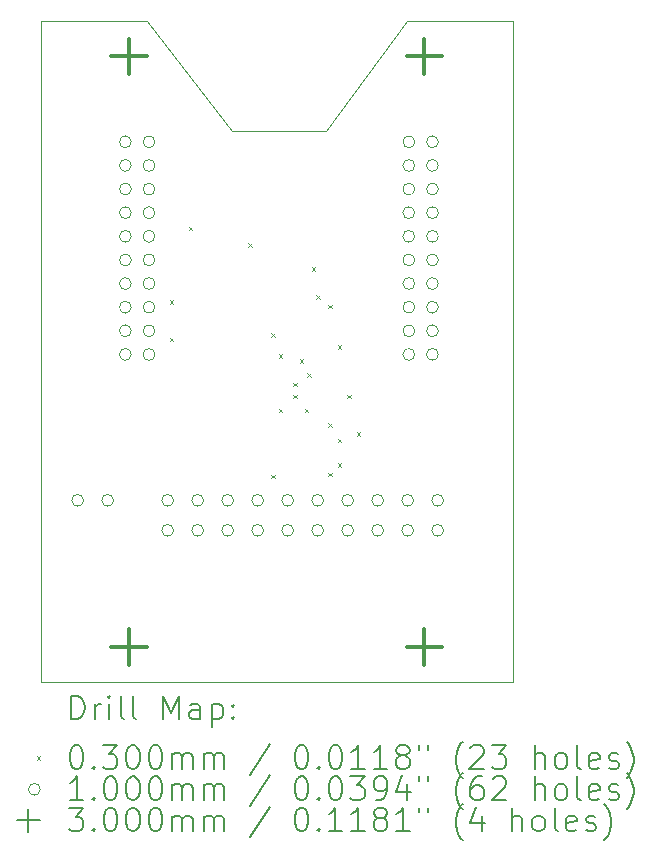
<source format=gbr>
%TF.GenerationSoftware,KiCad,Pcbnew,9.0.0*%
%TF.CreationDate,2025-04-04T06:59:11-07:00*%
%TF.ProjectId,XBee Pro THT Mounting PCB,58426565-2050-4726-9f20-544854204d6f,rev?*%
%TF.SameCoordinates,Original*%
%TF.FileFunction,Drillmap*%
%TF.FilePolarity,Positive*%
%FSLAX45Y45*%
G04 Gerber Fmt 4.5, Leading zero omitted, Abs format (unit mm)*
G04 Created by KiCad (PCBNEW 9.0.0) date 2025-04-04 06:59:11*
%MOMM*%
%LPD*%
G01*
G04 APERTURE LIST*
%ADD10C,0.050000*%
%ADD11C,0.200000*%
%ADD12C,0.100000*%
%ADD13C,0.300000*%
G04 APERTURE END LIST*
D10*
X12330000Y-6810000D02*
X11530000Y-6810000D01*
X9910000Y-11480000D02*
X13910000Y-11480000D01*
X13910000Y-11480000D02*
X13910000Y-5880000D01*
X13910000Y-5880000D02*
X13010000Y-5880000D01*
X9910000Y-5880000D02*
X9910000Y-11480000D01*
X12330000Y-6810000D02*
X13010000Y-5880000D01*
X10810000Y-5880000D02*
X9910000Y-5880000D01*
X11530000Y-6810000D02*
X10810000Y-5880000D01*
D11*
D12*
X11005000Y-8245000D02*
X11035000Y-8275000D01*
X11035000Y-8245000D02*
X11005000Y-8275000D01*
X11005000Y-8565000D02*
X11035000Y-8595000D01*
X11035000Y-8565000D02*
X11005000Y-8595000D01*
X11165000Y-7625000D02*
X11195000Y-7655000D01*
X11195000Y-7625000D02*
X11165000Y-7655000D01*
X11667426Y-7762573D02*
X11697426Y-7792573D01*
X11697426Y-7762573D02*
X11667426Y-7792573D01*
X11865000Y-8525000D02*
X11895000Y-8555000D01*
X11895000Y-8525000D02*
X11865000Y-8555000D01*
X11865000Y-9725000D02*
X11895000Y-9755000D01*
X11895000Y-9725000D02*
X11865000Y-9755000D01*
X11925000Y-8705000D02*
X11955000Y-8735000D01*
X11955000Y-8705000D02*
X11925000Y-8735000D01*
X11925000Y-9165000D02*
X11955000Y-9195000D01*
X11955000Y-9165000D02*
X11925000Y-9195000D01*
X12047500Y-8945000D02*
X12077500Y-8975000D01*
X12077500Y-8945000D02*
X12047500Y-8975000D01*
X12047500Y-9045000D02*
X12077500Y-9075000D01*
X12077500Y-9045000D02*
X12047500Y-9075000D01*
X12105000Y-8745000D02*
X12135000Y-8775000D01*
X12135000Y-8745000D02*
X12105000Y-8775000D01*
X12145000Y-9165000D02*
X12175000Y-9195000D01*
X12175000Y-9165000D02*
X12145000Y-9195000D01*
X12167426Y-8862574D02*
X12197426Y-8892574D01*
X12197426Y-8862574D02*
X12167426Y-8892574D01*
X12205000Y-7965000D02*
X12235000Y-7995000D01*
X12235000Y-7965000D02*
X12205000Y-7995000D01*
X12245000Y-8205000D02*
X12275000Y-8235000D01*
X12275000Y-8205000D02*
X12245000Y-8235000D01*
X12345000Y-8285000D02*
X12375000Y-8315000D01*
X12375000Y-8285000D02*
X12345000Y-8315000D01*
X12345000Y-9285000D02*
X12375000Y-9315000D01*
X12375000Y-9285000D02*
X12345000Y-9315000D01*
X12345000Y-9705000D02*
X12375000Y-9735000D01*
X12375000Y-9705000D02*
X12345000Y-9735000D01*
X12425000Y-8625000D02*
X12455000Y-8655000D01*
X12455000Y-8625000D02*
X12425000Y-8655000D01*
X12425000Y-9420147D02*
X12455000Y-9450147D01*
X12455000Y-9420147D02*
X12425000Y-9450147D01*
X12425000Y-9625000D02*
X12455000Y-9655000D01*
X12455000Y-9625000D02*
X12425000Y-9655000D01*
X12505000Y-9045000D02*
X12535000Y-9075000D01*
X12535000Y-9045000D02*
X12505000Y-9075000D01*
X12585000Y-9365000D02*
X12615000Y-9395000D01*
X12615000Y-9365000D02*
X12585000Y-9395000D01*
X10274000Y-9940000D02*
G75*
G02*
X10174000Y-9940000I-50000J0D01*
G01*
X10174000Y-9940000D02*
G75*
G02*
X10274000Y-9940000I50000J0D01*
G01*
X10528000Y-9940000D02*
G75*
G02*
X10428000Y-9940000I-50000J0D01*
G01*
X10428000Y-9940000D02*
G75*
G02*
X10528000Y-9940000I50000J0D01*
G01*
X10677750Y-6904500D02*
G75*
G02*
X10577750Y-6904500I-50000J0D01*
G01*
X10577750Y-6904500D02*
G75*
G02*
X10677750Y-6904500I50000J0D01*
G01*
X10677750Y-7104500D02*
G75*
G02*
X10577750Y-7104500I-50000J0D01*
G01*
X10577750Y-7104500D02*
G75*
G02*
X10677750Y-7104500I50000J0D01*
G01*
X10677750Y-7304500D02*
G75*
G02*
X10577750Y-7304500I-50000J0D01*
G01*
X10577750Y-7304500D02*
G75*
G02*
X10677750Y-7304500I50000J0D01*
G01*
X10677750Y-7504500D02*
G75*
G02*
X10577750Y-7504500I-50000J0D01*
G01*
X10577750Y-7504500D02*
G75*
G02*
X10677750Y-7504500I50000J0D01*
G01*
X10677750Y-7704500D02*
G75*
G02*
X10577750Y-7704500I-50000J0D01*
G01*
X10577750Y-7704500D02*
G75*
G02*
X10677750Y-7704500I50000J0D01*
G01*
X10677750Y-7904500D02*
G75*
G02*
X10577750Y-7904500I-50000J0D01*
G01*
X10577750Y-7904500D02*
G75*
G02*
X10677750Y-7904500I50000J0D01*
G01*
X10677750Y-8104500D02*
G75*
G02*
X10577750Y-8104500I-50000J0D01*
G01*
X10577750Y-8104500D02*
G75*
G02*
X10677750Y-8104500I50000J0D01*
G01*
X10677750Y-8304500D02*
G75*
G02*
X10577750Y-8304500I-50000J0D01*
G01*
X10577750Y-8304500D02*
G75*
G02*
X10677750Y-8304500I50000J0D01*
G01*
X10677750Y-8504500D02*
G75*
G02*
X10577750Y-8504500I-50000J0D01*
G01*
X10577750Y-8504500D02*
G75*
G02*
X10677750Y-8504500I50000J0D01*
G01*
X10677750Y-8704500D02*
G75*
G02*
X10577750Y-8704500I-50000J0D01*
G01*
X10577750Y-8704500D02*
G75*
G02*
X10677750Y-8704500I50000J0D01*
G01*
X10877750Y-6904500D02*
G75*
G02*
X10777750Y-6904500I-50000J0D01*
G01*
X10777750Y-6904500D02*
G75*
G02*
X10877750Y-6904500I50000J0D01*
G01*
X10877750Y-7104500D02*
G75*
G02*
X10777750Y-7104500I-50000J0D01*
G01*
X10777750Y-7104500D02*
G75*
G02*
X10877750Y-7104500I50000J0D01*
G01*
X10877750Y-7304500D02*
G75*
G02*
X10777750Y-7304500I-50000J0D01*
G01*
X10777750Y-7304500D02*
G75*
G02*
X10877750Y-7304500I50000J0D01*
G01*
X10877750Y-7504500D02*
G75*
G02*
X10777750Y-7504500I-50000J0D01*
G01*
X10777750Y-7504500D02*
G75*
G02*
X10877750Y-7504500I50000J0D01*
G01*
X10877750Y-7704500D02*
G75*
G02*
X10777750Y-7704500I-50000J0D01*
G01*
X10777750Y-7704500D02*
G75*
G02*
X10877750Y-7704500I50000J0D01*
G01*
X10877750Y-7904500D02*
G75*
G02*
X10777750Y-7904500I-50000J0D01*
G01*
X10777750Y-7904500D02*
G75*
G02*
X10877750Y-7904500I50000J0D01*
G01*
X10877750Y-8104500D02*
G75*
G02*
X10777750Y-8104500I-50000J0D01*
G01*
X10777750Y-8104500D02*
G75*
G02*
X10877750Y-8104500I50000J0D01*
G01*
X10877750Y-8304500D02*
G75*
G02*
X10777750Y-8304500I-50000J0D01*
G01*
X10777750Y-8304500D02*
G75*
G02*
X10877750Y-8304500I50000J0D01*
G01*
X10877750Y-8504500D02*
G75*
G02*
X10777750Y-8504500I-50000J0D01*
G01*
X10777750Y-8504500D02*
G75*
G02*
X10877750Y-8504500I50000J0D01*
G01*
X10877750Y-8704500D02*
G75*
G02*
X10777750Y-8704500I-50000J0D01*
G01*
X10777750Y-8704500D02*
G75*
G02*
X10877750Y-8704500I50000J0D01*
G01*
X11036000Y-9940000D02*
G75*
G02*
X10936000Y-9940000I-50000J0D01*
G01*
X10936000Y-9940000D02*
G75*
G02*
X11036000Y-9940000I50000J0D01*
G01*
X11036000Y-10194000D02*
G75*
G02*
X10936000Y-10194000I-50000J0D01*
G01*
X10936000Y-10194000D02*
G75*
G02*
X11036000Y-10194000I50000J0D01*
G01*
X11290000Y-9940000D02*
G75*
G02*
X11190000Y-9940000I-50000J0D01*
G01*
X11190000Y-9940000D02*
G75*
G02*
X11290000Y-9940000I50000J0D01*
G01*
X11290000Y-10194000D02*
G75*
G02*
X11190000Y-10194000I-50000J0D01*
G01*
X11190000Y-10194000D02*
G75*
G02*
X11290000Y-10194000I50000J0D01*
G01*
X11544000Y-9940000D02*
G75*
G02*
X11444000Y-9940000I-50000J0D01*
G01*
X11444000Y-9940000D02*
G75*
G02*
X11544000Y-9940000I50000J0D01*
G01*
X11544000Y-10194000D02*
G75*
G02*
X11444000Y-10194000I-50000J0D01*
G01*
X11444000Y-10194000D02*
G75*
G02*
X11544000Y-10194000I50000J0D01*
G01*
X11798000Y-9940000D02*
G75*
G02*
X11698000Y-9940000I-50000J0D01*
G01*
X11698000Y-9940000D02*
G75*
G02*
X11798000Y-9940000I50000J0D01*
G01*
X11798000Y-10194000D02*
G75*
G02*
X11698000Y-10194000I-50000J0D01*
G01*
X11698000Y-10194000D02*
G75*
G02*
X11798000Y-10194000I50000J0D01*
G01*
X12052000Y-9940000D02*
G75*
G02*
X11952000Y-9940000I-50000J0D01*
G01*
X11952000Y-9940000D02*
G75*
G02*
X12052000Y-9940000I50000J0D01*
G01*
X12052000Y-10194000D02*
G75*
G02*
X11952000Y-10194000I-50000J0D01*
G01*
X11952000Y-10194000D02*
G75*
G02*
X12052000Y-10194000I50000J0D01*
G01*
X12306000Y-9940000D02*
G75*
G02*
X12206000Y-9940000I-50000J0D01*
G01*
X12206000Y-9940000D02*
G75*
G02*
X12306000Y-9940000I50000J0D01*
G01*
X12306000Y-10194000D02*
G75*
G02*
X12206000Y-10194000I-50000J0D01*
G01*
X12206000Y-10194000D02*
G75*
G02*
X12306000Y-10194000I50000J0D01*
G01*
X12560000Y-9940000D02*
G75*
G02*
X12460000Y-9940000I-50000J0D01*
G01*
X12460000Y-9940000D02*
G75*
G02*
X12560000Y-9940000I50000J0D01*
G01*
X12560000Y-10194000D02*
G75*
G02*
X12460000Y-10194000I-50000J0D01*
G01*
X12460000Y-10194000D02*
G75*
G02*
X12560000Y-10194000I50000J0D01*
G01*
X12814000Y-9940000D02*
G75*
G02*
X12714000Y-9940000I-50000J0D01*
G01*
X12714000Y-9940000D02*
G75*
G02*
X12814000Y-9940000I50000J0D01*
G01*
X12814000Y-10194000D02*
G75*
G02*
X12714000Y-10194000I-50000J0D01*
G01*
X12714000Y-10194000D02*
G75*
G02*
X12814000Y-10194000I50000J0D01*
G01*
X13068000Y-9940000D02*
G75*
G02*
X12968000Y-9940000I-50000J0D01*
G01*
X12968000Y-9940000D02*
G75*
G02*
X13068000Y-9940000I50000J0D01*
G01*
X13068000Y-10194000D02*
G75*
G02*
X12968000Y-10194000I-50000J0D01*
G01*
X12968000Y-10194000D02*
G75*
G02*
X13068000Y-10194000I50000J0D01*
G01*
X13077750Y-6904500D02*
G75*
G02*
X12977750Y-6904500I-50000J0D01*
G01*
X12977750Y-6904500D02*
G75*
G02*
X13077750Y-6904500I50000J0D01*
G01*
X13077750Y-7104500D02*
G75*
G02*
X12977750Y-7104500I-50000J0D01*
G01*
X12977750Y-7104500D02*
G75*
G02*
X13077750Y-7104500I50000J0D01*
G01*
X13077750Y-7304500D02*
G75*
G02*
X12977750Y-7304500I-50000J0D01*
G01*
X12977750Y-7304500D02*
G75*
G02*
X13077750Y-7304500I50000J0D01*
G01*
X13077750Y-7504500D02*
G75*
G02*
X12977750Y-7504500I-50000J0D01*
G01*
X12977750Y-7504500D02*
G75*
G02*
X13077750Y-7504500I50000J0D01*
G01*
X13077750Y-7704500D02*
G75*
G02*
X12977750Y-7704500I-50000J0D01*
G01*
X12977750Y-7704500D02*
G75*
G02*
X13077750Y-7704500I50000J0D01*
G01*
X13077750Y-7904500D02*
G75*
G02*
X12977750Y-7904500I-50000J0D01*
G01*
X12977750Y-7904500D02*
G75*
G02*
X13077750Y-7904500I50000J0D01*
G01*
X13077750Y-8104500D02*
G75*
G02*
X12977750Y-8104500I-50000J0D01*
G01*
X12977750Y-8104500D02*
G75*
G02*
X13077750Y-8104500I50000J0D01*
G01*
X13077750Y-8304500D02*
G75*
G02*
X12977750Y-8304500I-50000J0D01*
G01*
X12977750Y-8304500D02*
G75*
G02*
X13077750Y-8304500I50000J0D01*
G01*
X13077750Y-8504500D02*
G75*
G02*
X12977750Y-8504500I-50000J0D01*
G01*
X12977750Y-8504500D02*
G75*
G02*
X13077750Y-8504500I50000J0D01*
G01*
X13077750Y-8704500D02*
G75*
G02*
X12977750Y-8704500I-50000J0D01*
G01*
X12977750Y-8704500D02*
G75*
G02*
X13077750Y-8704500I50000J0D01*
G01*
X13277750Y-6904500D02*
G75*
G02*
X13177750Y-6904500I-50000J0D01*
G01*
X13177750Y-6904500D02*
G75*
G02*
X13277750Y-6904500I50000J0D01*
G01*
X13277750Y-7104500D02*
G75*
G02*
X13177750Y-7104500I-50000J0D01*
G01*
X13177750Y-7104500D02*
G75*
G02*
X13277750Y-7104500I50000J0D01*
G01*
X13277750Y-7304500D02*
G75*
G02*
X13177750Y-7304500I-50000J0D01*
G01*
X13177750Y-7304500D02*
G75*
G02*
X13277750Y-7304500I50000J0D01*
G01*
X13277750Y-7504500D02*
G75*
G02*
X13177750Y-7504500I-50000J0D01*
G01*
X13177750Y-7504500D02*
G75*
G02*
X13277750Y-7504500I50000J0D01*
G01*
X13277750Y-7704500D02*
G75*
G02*
X13177750Y-7704500I-50000J0D01*
G01*
X13177750Y-7704500D02*
G75*
G02*
X13277750Y-7704500I50000J0D01*
G01*
X13277750Y-7904500D02*
G75*
G02*
X13177750Y-7904500I-50000J0D01*
G01*
X13177750Y-7904500D02*
G75*
G02*
X13277750Y-7904500I50000J0D01*
G01*
X13277750Y-8104500D02*
G75*
G02*
X13177750Y-8104500I-50000J0D01*
G01*
X13177750Y-8104500D02*
G75*
G02*
X13277750Y-8104500I50000J0D01*
G01*
X13277750Y-8304500D02*
G75*
G02*
X13177750Y-8304500I-50000J0D01*
G01*
X13177750Y-8304500D02*
G75*
G02*
X13277750Y-8304500I50000J0D01*
G01*
X13277750Y-8504500D02*
G75*
G02*
X13177750Y-8504500I-50000J0D01*
G01*
X13177750Y-8504500D02*
G75*
G02*
X13277750Y-8504500I50000J0D01*
G01*
X13277750Y-8704500D02*
G75*
G02*
X13177750Y-8704500I-50000J0D01*
G01*
X13177750Y-8704500D02*
G75*
G02*
X13277750Y-8704500I50000J0D01*
G01*
X13322000Y-9940000D02*
G75*
G02*
X13222000Y-9940000I-50000J0D01*
G01*
X13222000Y-9940000D02*
G75*
G02*
X13322000Y-9940000I50000J0D01*
G01*
X13322000Y-10194000D02*
G75*
G02*
X13222000Y-10194000I-50000J0D01*
G01*
X13222000Y-10194000D02*
G75*
G02*
X13322000Y-10194000I50000J0D01*
G01*
D13*
X10660000Y-6030000D02*
X10660000Y-6330000D01*
X10510000Y-6180000D02*
X10810000Y-6180000D01*
X10660000Y-11030000D02*
X10660000Y-11330000D01*
X10510000Y-11180000D02*
X10810000Y-11180000D01*
X13160000Y-6030000D02*
X13160000Y-6330000D01*
X13010000Y-6180000D02*
X13310000Y-6180000D01*
X13160000Y-11030000D02*
X13160000Y-11330000D01*
X13010000Y-11180000D02*
X13310000Y-11180000D01*
D11*
X10168277Y-11793984D02*
X10168277Y-11593984D01*
X10168277Y-11593984D02*
X10215896Y-11593984D01*
X10215896Y-11593984D02*
X10244467Y-11603508D01*
X10244467Y-11603508D02*
X10263515Y-11622555D01*
X10263515Y-11622555D02*
X10273039Y-11641603D01*
X10273039Y-11641603D02*
X10282563Y-11679698D01*
X10282563Y-11679698D02*
X10282563Y-11708269D01*
X10282563Y-11708269D02*
X10273039Y-11746365D01*
X10273039Y-11746365D02*
X10263515Y-11765412D01*
X10263515Y-11765412D02*
X10244467Y-11784460D01*
X10244467Y-11784460D02*
X10215896Y-11793984D01*
X10215896Y-11793984D02*
X10168277Y-11793984D01*
X10368277Y-11793984D02*
X10368277Y-11660650D01*
X10368277Y-11698746D02*
X10377801Y-11679698D01*
X10377801Y-11679698D02*
X10387324Y-11670174D01*
X10387324Y-11670174D02*
X10406372Y-11660650D01*
X10406372Y-11660650D02*
X10425420Y-11660650D01*
X10492086Y-11793984D02*
X10492086Y-11660650D01*
X10492086Y-11593984D02*
X10482563Y-11603508D01*
X10482563Y-11603508D02*
X10492086Y-11613031D01*
X10492086Y-11613031D02*
X10501610Y-11603508D01*
X10501610Y-11603508D02*
X10492086Y-11593984D01*
X10492086Y-11593984D02*
X10492086Y-11613031D01*
X10615896Y-11793984D02*
X10596848Y-11784460D01*
X10596848Y-11784460D02*
X10587324Y-11765412D01*
X10587324Y-11765412D02*
X10587324Y-11593984D01*
X10720658Y-11793984D02*
X10701610Y-11784460D01*
X10701610Y-11784460D02*
X10692086Y-11765412D01*
X10692086Y-11765412D02*
X10692086Y-11593984D01*
X10949229Y-11793984D02*
X10949229Y-11593984D01*
X10949229Y-11593984D02*
X11015896Y-11736841D01*
X11015896Y-11736841D02*
X11082563Y-11593984D01*
X11082563Y-11593984D02*
X11082563Y-11793984D01*
X11263515Y-11793984D02*
X11263515Y-11689222D01*
X11263515Y-11689222D02*
X11253991Y-11670174D01*
X11253991Y-11670174D02*
X11234943Y-11660650D01*
X11234943Y-11660650D02*
X11196848Y-11660650D01*
X11196848Y-11660650D02*
X11177801Y-11670174D01*
X11263515Y-11784460D02*
X11244467Y-11793984D01*
X11244467Y-11793984D02*
X11196848Y-11793984D01*
X11196848Y-11793984D02*
X11177801Y-11784460D01*
X11177801Y-11784460D02*
X11168277Y-11765412D01*
X11168277Y-11765412D02*
X11168277Y-11746365D01*
X11168277Y-11746365D02*
X11177801Y-11727317D01*
X11177801Y-11727317D02*
X11196848Y-11717793D01*
X11196848Y-11717793D02*
X11244467Y-11717793D01*
X11244467Y-11717793D02*
X11263515Y-11708269D01*
X11358753Y-11660650D02*
X11358753Y-11860650D01*
X11358753Y-11670174D02*
X11377801Y-11660650D01*
X11377801Y-11660650D02*
X11415896Y-11660650D01*
X11415896Y-11660650D02*
X11434943Y-11670174D01*
X11434943Y-11670174D02*
X11444467Y-11679698D01*
X11444467Y-11679698D02*
X11453991Y-11698746D01*
X11453991Y-11698746D02*
X11453991Y-11755888D01*
X11453991Y-11755888D02*
X11444467Y-11774936D01*
X11444467Y-11774936D02*
X11434943Y-11784460D01*
X11434943Y-11784460D02*
X11415896Y-11793984D01*
X11415896Y-11793984D02*
X11377801Y-11793984D01*
X11377801Y-11793984D02*
X11358753Y-11784460D01*
X11539705Y-11774936D02*
X11549229Y-11784460D01*
X11549229Y-11784460D02*
X11539705Y-11793984D01*
X11539705Y-11793984D02*
X11530182Y-11784460D01*
X11530182Y-11784460D02*
X11539705Y-11774936D01*
X11539705Y-11774936D02*
X11539705Y-11793984D01*
X11539705Y-11670174D02*
X11549229Y-11679698D01*
X11549229Y-11679698D02*
X11539705Y-11689222D01*
X11539705Y-11689222D02*
X11530182Y-11679698D01*
X11530182Y-11679698D02*
X11539705Y-11670174D01*
X11539705Y-11670174D02*
X11539705Y-11689222D01*
D12*
X9877500Y-12107500D02*
X9907500Y-12137500D01*
X9907500Y-12107500D02*
X9877500Y-12137500D01*
D11*
X10206372Y-12013984D02*
X10225420Y-12013984D01*
X10225420Y-12013984D02*
X10244467Y-12023508D01*
X10244467Y-12023508D02*
X10253991Y-12033031D01*
X10253991Y-12033031D02*
X10263515Y-12052079D01*
X10263515Y-12052079D02*
X10273039Y-12090174D01*
X10273039Y-12090174D02*
X10273039Y-12137793D01*
X10273039Y-12137793D02*
X10263515Y-12175888D01*
X10263515Y-12175888D02*
X10253991Y-12194936D01*
X10253991Y-12194936D02*
X10244467Y-12204460D01*
X10244467Y-12204460D02*
X10225420Y-12213984D01*
X10225420Y-12213984D02*
X10206372Y-12213984D01*
X10206372Y-12213984D02*
X10187324Y-12204460D01*
X10187324Y-12204460D02*
X10177801Y-12194936D01*
X10177801Y-12194936D02*
X10168277Y-12175888D01*
X10168277Y-12175888D02*
X10158753Y-12137793D01*
X10158753Y-12137793D02*
X10158753Y-12090174D01*
X10158753Y-12090174D02*
X10168277Y-12052079D01*
X10168277Y-12052079D02*
X10177801Y-12033031D01*
X10177801Y-12033031D02*
X10187324Y-12023508D01*
X10187324Y-12023508D02*
X10206372Y-12013984D01*
X10358753Y-12194936D02*
X10368277Y-12204460D01*
X10368277Y-12204460D02*
X10358753Y-12213984D01*
X10358753Y-12213984D02*
X10349229Y-12204460D01*
X10349229Y-12204460D02*
X10358753Y-12194936D01*
X10358753Y-12194936D02*
X10358753Y-12213984D01*
X10434944Y-12013984D02*
X10558753Y-12013984D01*
X10558753Y-12013984D02*
X10492086Y-12090174D01*
X10492086Y-12090174D02*
X10520658Y-12090174D01*
X10520658Y-12090174D02*
X10539705Y-12099698D01*
X10539705Y-12099698D02*
X10549229Y-12109222D01*
X10549229Y-12109222D02*
X10558753Y-12128269D01*
X10558753Y-12128269D02*
X10558753Y-12175888D01*
X10558753Y-12175888D02*
X10549229Y-12194936D01*
X10549229Y-12194936D02*
X10539705Y-12204460D01*
X10539705Y-12204460D02*
X10520658Y-12213984D01*
X10520658Y-12213984D02*
X10463515Y-12213984D01*
X10463515Y-12213984D02*
X10444467Y-12204460D01*
X10444467Y-12204460D02*
X10434944Y-12194936D01*
X10682563Y-12013984D02*
X10701610Y-12013984D01*
X10701610Y-12013984D02*
X10720658Y-12023508D01*
X10720658Y-12023508D02*
X10730182Y-12033031D01*
X10730182Y-12033031D02*
X10739705Y-12052079D01*
X10739705Y-12052079D02*
X10749229Y-12090174D01*
X10749229Y-12090174D02*
X10749229Y-12137793D01*
X10749229Y-12137793D02*
X10739705Y-12175888D01*
X10739705Y-12175888D02*
X10730182Y-12194936D01*
X10730182Y-12194936D02*
X10720658Y-12204460D01*
X10720658Y-12204460D02*
X10701610Y-12213984D01*
X10701610Y-12213984D02*
X10682563Y-12213984D01*
X10682563Y-12213984D02*
X10663515Y-12204460D01*
X10663515Y-12204460D02*
X10653991Y-12194936D01*
X10653991Y-12194936D02*
X10644467Y-12175888D01*
X10644467Y-12175888D02*
X10634944Y-12137793D01*
X10634944Y-12137793D02*
X10634944Y-12090174D01*
X10634944Y-12090174D02*
X10644467Y-12052079D01*
X10644467Y-12052079D02*
X10653991Y-12033031D01*
X10653991Y-12033031D02*
X10663515Y-12023508D01*
X10663515Y-12023508D02*
X10682563Y-12013984D01*
X10873039Y-12013984D02*
X10892086Y-12013984D01*
X10892086Y-12013984D02*
X10911134Y-12023508D01*
X10911134Y-12023508D02*
X10920658Y-12033031D01*
X10920658Y-12033031D02*
X10930182Y-12052079D01*
X10930182Y-12052079D02*
X10939705Y-12090174D01*
X10939705Y-12090174D02*
X10939705Y-12137793D01*
X10939705Y-12137793D02*
X10930182Y-12175888D01*
X10930182Y-12175888D02*
X10920658Y-12194936D01*
X10920658Y-12194936D02*
X10911134Y-12204460D01*
X10911134Y-12204460D02*
X10892086Y-12213984D01*
X10892086Y-12213984D02*
X10873039Y-12213984D01*
X10873039Y-12213984D02*
X10853991Y-12204460D01*
X10853991Y-12204460D02*
X10844467Y-12194936D01*
X10844467Y-12194936D02*
X10834944Y-12175888D01*
X10834944Y-12175888D02*
X10825420Y-12137793D01*
X10825420Y-12137793D02*
X10825420Y-12090174D01*
X10825420Y-12090174D02*
X10834944Y-12052079D01*
X10834944Y-12052079D02*
X10844467Y-12033031D01*
X10844467Y-12033031D02*
X10853991Y-12023508D01*
X10853991Y-12023508D02*
X10873039Y-12013984D01*
X11025420Y-12213984D02*
X11025420Y-12080650D01*
X11025420Y-12099698D02*
X11034944Y-12090174D01*
X11034944Y-12090174D02*
X11053991Y-12080650D01*
X11053991Y-12080650D02*
X11082563Y-12080650D01*
X11082563Y-12080650D02*
X11101610Y-12090174D01*
X11101610Y-12090174D02*
X11111134Y-12109222D01*
X11111134Y-12109222D02*
X11111134Y-12213984D01*
X11111134Y-12109222D02*
X11120658Y-12090174D01*
X11120658Y-12090174D02*
X11139705Y-12080650D01*
X11139705Y-12080650D02*
X11168277Y-12080650D01*
X11168277Y-12080650D02*
X11187324Y-12090174D01*
X11187324Y-12090174D02*
X11196848Y-12109222D01*
X11196848Y-12109222D02*
X11196848Y-12213984D01*
X11292086Y-12213984D02*
X11292086Y-12080650D01*
X11292086Y-12099698D02*
X11301610Y-12090174D01*
X11301610Y-12090174D02*
X11320658Y-12080650D01*
X11320658Y-12080650D02*
X11349229Y-12080650D01*
X11349229Y-12080650D02*
X11368277Y-12090174D01*
X11368277Y-12090174D02*
X11377801Y-12109222D01*
X11377801Y-12109222D02*
X11377801Y-12213984D01*
X11377801Y-12109222D02*
X11387324Y-12090174D01*
X11387324Y-12090174D02*
X11406372Y-12080650D01*
X11406372Y-12080650D02*
X11434943Y-12080650D01*
X11434943Y-12080650D02*
X11453991Y-12090174D01*
X11453991Y-12090174D02*
X11463515Y-12109222D01*
X11463515Y-12109222D02*
X11463515Y-12213984D01*
X11853991Y-12004460D02*
X11682563Y-12261603D01*
X12111134Y-12013984D02*
X12130182Y-12013984D01*
X12130182Y-12013984D02*
X12149229Y-12023508D01*
X12149229Y-12023508D02*
X12158753Y-12033031D01*
X12158753Y-12033031D02*
X12168277Y-12052079D01*
X12168277Y-12052079D02*
X12177801Y-12090174D01*
X12177801Y-12090174D02*
X12177801Y-12137793D01*
X12177801Y-12137793D02*
X12168277Y-12175888D01*
X12168277Y-12175888D02*
X12158753Y-12194936D01*
X12158753Y-12194936D02*
X12149229Y-12204460D01*
X12149229Y-12204460D02*
X12130182Y-12213984D01*
X12130182Y-12213984D02*
X12111134Y-12213984D01*
X12111134Y-12213984D02*
X12092086Y-12204460D01*
X12092086Y-12204460D02*
X12082563Y-12194936D01*
X12082563Y-12194936D02*
X12073039Y-12175888D01*
X12073039Y-12175888D02*
X12063515Y-12137793D01*
X12063515Y-12137793D02*
X12063515Y-12090174D01*
X12063515Y-12090174D02*
X12073039Y-12052079D01*
X12073039Y-12052079D02*
X12082563Y-12033031D01*
X12082563Y-12033031D02*
X12092086Y-12023508D01*
X12092086Y-12023508D02*
X12111134Y-12013984D01*
X12263515Y-12194936D02*
X12273039Y-12204460D01*
X12273039Y-12204460D02*
X12263515Y-12213984D01*
X12263515Y-12213984D02*
X12253991Y-12204460D01*
X12253991Y-12204460D02*
X12263515Y-12194936D01*
X12263515Y-12194936D02*
X12263515Y-12213984D01*
X12396848Y-12013984D02*
X12415896Y-12013984D01*
X12415896Y-12013984D02*
X12434944Y-12023508D01*
X12434944Y-12023508D02*
X12444467Y-12033031D01*
X12444467Y-12033031D02*
X12453991Y-12052079D01*
X12453991Y-12052079D02*
X12463515Y-12090174D01*
X12463515Y-12090174D02*
X12463515Y-12137793D01*
X12463515Y-12137793D02*
X12453991Y-12175888D01*
X12453991Y-12175888D02*
X12444467Y-12194936D01*
X12444467Y-12194936D02*
X12434944Y-12204460D01*
X12434944Y-12204460D02*
X12415896Y-12213984D01*
X12415896Y-12213984D02*
X12396848Y-12213984D01*
X12396848Y-12213984D02*
X12377801Y-12204460D01*
X12377801Y-12204460D02*
X12368277Y-12194936D01*
X12368277Y-12194936D02*
X12358753Y-12175888D01*
X12358753Y-12175888D02*
X12349229Y-12137793D01*
X12349229Y-12137793D02*
X12349229Y-12090174D01*
X12349229Y-12090174D02*
X12358753Y-12052079D01*
X12358753Y-12052079D02*
X12368277Y-12033031D01*
X12368277Y-12033031D02*
X12377801Y-12023508D01*
X12377801Y-12023508D02*
X12396848Y-12013984D01*
X12653991Y-12213984D02*
X12539706Y-12213984D01*
X12596848Y-12213984D02*
X12596848Y-12013984D01*
X12596848Y-12013984D02*
X12577801Y-12042555D01*
X12577801Y-12042555D02*
X12558753Y-12061603D01*
X12558753Y-12061603D02*
X12539706Y-12071127D01*
X12844467Y-12213984D02*
X12730182Y-12213984D01*
X12787325Y-12213984D02*
X12787325Y-12013984D01*
X12787325Y-12013984D02*
X12768277Y-12042555D01*
X12768277Y-12042555D02*
X12749229Y-12061603D01*
X12749229Y-12061603D02*
X12730182Y-12071127D01*
X12958753Y-12099698D02*
X12939706Y-12090174D01*
X12939706Y-12090174D02*
X12930182Y-12080650D01*
X12930182Y-12080650D02*
X12920658Y-12061603D01*
X12920658Y-12061603D02*
X12920658Y-12052079D01*
X12920658Y-12052079D02*
X12930182Y-12033031D01*
X12930182Y-12033031D02*
X12939706Y-12023508D01*
X12939706Y-12023508D02*
X12958753Y-12013984D01*
X12958753Y-12013984D02*
X12996848Y-12013984D01*
X12996848Y-12013984D02*
X13015896Y-12023508D01*
X13015896Y-12023508D02*
X13025420Y-12033031D01*
X13025420Y-12033031D02*
X13034944Y-12052079D01*
X13034944Y-12052079D02*
X13034944Y-12061603D01*
X13034944Y-12061603D02*
X13025420Y-12080650D01*
X13025420Y-12080650D02*
X13015896Y-12090174D01*
X13015896Y-12090174D02*
X12996848Y-12099698D01*
X12996848Y-12099698D02*
X12958753Y-12099698D01*
X12958753Y-12099698D02*
X12939706Y-12109222D01*
X12939706Y-12109222D02*
X12930182Y-12118746D01*
X12930182Y-12118746D02*
X12920658Y-12137793D01*
X12920658Y-12137793D02*
X12920658Y-12175888D01*
X12920658Y-12175888D02*
X12930182Y-12194936D01*
X12930182Y-12194936D02*
X12939706Y-12204460D01*
X12939706Y-12204460D02*
X12958753Y-12213984D01*
X12958753Y-12213984D02*
X12996848Y-12213984D01*
X12996848Y-12213984D02*
X13015896Y-12204460D01*
X13015896Y-12204460D02*
X13025420Y-12194936D01*
X13025420Y-12194936D02*
X13034944Y-12175888D01*
X13034944Y-12175888D02*
X13034944Y-12137793D01*
X13034944Y-12137793D02*
X13025420Y-12118746D01*
X13025420Y-12118746D02*
X13015896Y-12109222D01*
X13015896Y-12109222D02*
X12996848Y-12099698D01*
X13111134Y-12013984D02*
X13111134Y-12052079D01*
X13187325Y-12013984D02*
X13187325Y-12052079D01*
X13482563Y-12290174D02*
X13473039Y-12280650D01*
X13473039Y-12280650D02*
X13453991Y-12252079D01*
X13453991Y-12252079D02*
X13444468Y-12233031D01*
X13444468Y-12233031D02*
X13434944Y-12204460D01*
X13434944Y-12204460D02*
X13425420Y-12156841D01*
X13425420Y-12156841D02*
X13425420Y-12118746D01*
X13425420Y-12118746D02*
X13434944Y-12071127D01*
X13434944Y-12071127D02*
X13444468Y-12042555D01*
X13444468Y-12042555D02*
X13453991Y-12023508D01*
X13453991Y-12023508D02*
X13473039Y-11994936D01*
X13473039Y-11994936D02*
X13482563Y-11985412D01*
X13549229Y-12033031D02*
X13558753Y-12023508D01*
X13558753Y-12023508D02*
X13577801Y-12013984D01*
X13577801Y-12013984D02*
X13625420Y-12013984D01*
X13625420Y-12013984D02*
X13644468Y-12023508D01*
X13644468Y-12023508D02*
X13653991Y-12033031D01*
X13653991Y-12033031D02*
X13663515Y-12052079D01*
X13663515Y-12052079D02*
X13663515Y-12071127D01*
X13663515Y-12071127D02*
X13653991Y-12099698D01*
X13653991Y-12099698D02*
X13539706Y-12213984D01*
X13539706Y-12213984D02*
X13663515Y-12213984D01*
X13730182Y-12013984D02*
X13853991Y-12013984D01*
X13853991Y-12013984D02*
X13787325Y-12090174D01*
X13787325Y-12090174D02*
X13815896Y-12090174D01*
X13815896Y-12090174D02*
X13834944Y-12099698D01*
X13834944Y-12099698D02*
X13844468Y-12109222D01*
X13844468Y-12109222D02*
X13853991Y-12128269D01*
X13853991Y-12128269D02*
X13853991Y-12175888D01*
X13853991Y-12175888D02*
X13844468Y-12194936D01*
X13844468Y-12194936D02*
X13834944Y-12204460D01*
X13834944Y-12204460D02*
X13815896Y-12213984D01*
X13815896Y-12213984D02*
X13758753Y-12213984D01*
X13758753Y-12213984D02*
X13739706Y-12204460D01*
X13739706Y-12204460D02*
X13730182Y-12194936D01*
X14092087Y-12213984D02*
X14092087Y-12013984D01*
X14177801Y-12213984D02*
X14177801Y-12109222D01*
X14177801Y-12109222D02*
X14168277Y-12090174D01*
X14168277Y-12090174D02*
X14149230Y-12080650D01*
X14149230Y-12080650D02*
X14120658Y-12080650D01*
X14120658Y-12080650D02*
X14101610Y-12090174D01*
X14101610Y-12090174D02*
X14092087Y-12099698D01*
X14301610Y-12213984D02*
X14282563Y-12204460D01*
X14282563Y-12204460D02*
X14273039Y-12194936D01*
X14273039Y-12194936D02*
X14263515Y-12175888D01*
X14263515Y-12175888D02*
X14263515Y-12118746D01*
X14263515Y-12118746D02*
X14273039Y-12099698D01*
X14273039Y-12099698D02*
X14282563Y-12090174D01*
X14282563Y-12090174D02*
X14301610Y-12080650D01*
X14301610Y-12080650D02*
X14330182Y-12080650D01*
X14330182Y-12080650D02*
X14349230Y-12090174D01*
X14349230Y-12090174D02*
X14358753Y-12099698D01*
X14358753Y-12099698D02*
X14368277Y-12118746D01*
X14368277Y-12118746D02*
X14368277Y-12175888D01*
X14368277Y-12175888D02*
X14358753Y-12194936D01*
X14358753Y-12194936D02*
X14349230Y-12204460D01*
X14349230Y-12204460D02*
X14330182Y-12213984D01*
X14330182Y-12213984D02*
X14301610Y-12213984D01*
X14482563Y-12213984D02*
X14463515Y-12204460D01*
X14463515Y-12204460D02*
X14453991Y-12185412D01*
X14453991Y-12185412D02*
X14453991Y-12013984D01*
X14634944Y-12204460D02*
X14615896Y-12213984D01*
X14615896Y-12213984D02*
X14577801Y-12213984D01*
X14577801Y-12213984D02*
X14558753Y-12204460D01*
X14558753Y-12204460D02*
X14549230Y-12185412D01*
X14549230Y-12185412D02*
X14549230Y-12109222D01*
X14549230Y-12109222D02*
X14558753Y-12090174D01*
X14558753Y-12090174D02*
X14577801Y-12080650D01*
X14577801Y-12080650D02*
X14615896Y-12080650D01*
X14615896Y-12080650D02*
X14634944Y-12090174D01*
X14634944Y-12090174D02*
X14644468Y-12109222D01*
X14644468Y-12109222D02*
X14644468Y-12128269D01*
X14644468Y-12128269D02*
X14549230Y-12147317D01*
X14720658Y-12204460D02*
X14739706Y-12213984D01*
X14739706Y-12213984D02*
X14777801Y-12213984D01*
X14777801Y-12213984D02*
X14796849Y-12204460D01*
X14796849Y-12204460D02*
X14806372Y-12185412D01*
X14806372Y-12185412D02*
X14806372Y-12175888D01*
X14806372Y-12175888D02*
X14796849Y-12156841D01*
X14796849Y-12156841D02*
X14777801Y-12147317D01*
X14777801Y-12147317D02*
X14749230Y-12147317D01*
X14749230Y-12147317D02*
X14730182Y-12137793D01*
X14730182Y-12137793D02*
X14720658Y-12118746D01*
X14720658Y-12118746D02*
X14720658Y-12109222D01*
X14720658Y-12109222D02*
X14730182Y-12090174D01*
X14730182Y-12090174D02*
X14749230Y-12080650D01*
X14749230Y-12080650D02*
X14777801Y-12080650D01*
X14777801Y-12080650D02*
X14796849Y-12090174D01*
X14873039Y-12290174D02*
X14882563Y-12280650D01*
X14882563Y-12280650D02*
X14901611Y-12252079D01*
X14901611Y-12252079D02*
X14911134Y-12233031D01*
X14911134Y-12233031D02*
X14920658Y-12204460D01*
X14920658Y-12204460D02*
X14930182Y-12156841D01*
X14930182Y-12156841D02*
X14930182Y-12118746D01*
X14930182Y-12118746D02*
X14920658Y-12071127D01*
X14920658Y-12071127D02*
X14911134Y-12042555D01*
X14911134Y-12042555D02*
X14901611Y-12023508D01*
X14901611Y-12023508D02*
X14882563Y-11994936D01*
X14882563Y-11994936D02*
X14873039Y-11985412D01*
D12*
X9907500Y-12386500D02*
G75*
G02*
X9807500Y-12386500I-50000J0D01*
G01*
X9807500Y-12386500D02*
G75*
G02*
X9907500Y-12386500I50000J0D01*
G01*
D11*
X10273039Y-12477984D02*
X10158753Y-12477984D01*
X10215896Y-12477984D02*
X10215896Y-12277984D01*
X10215896Y-12277984D02*
X10196848Y-12306555D01*
X10196848Y-12306555D02*
X10177801Y-12325603D01*
X10177801Y-12325603D02*
X10158753Y-12335127D01*
X10358753Y-12458936D02*
X10368277Y-12468460D01*
X10368277Y-12468460D02*
X10358753Y-12477984D01*
X10358753Y-12477984D02*
X10349229Y-12468460D01*
X10349229Y-12468460D02*
X10358753Y-12458936D01*
X10358753Y-12458936D02*
X10358753Y-12477984D01*
X10492086Y-12277984D02*
X10511134Y-12277984D01*
X10511134Y-12277984D02*
X10530182Y-12287508D01*
X10530182Y-12287508D02*
X10539705Y-12297031D01*
X10539705Y-12297031D02*
X10549229Y-12316079D01*
X10549229Y-12316079D02*
X10558753Y-12354174D01*
X10558753Y-12354174D02*
X10558753Y-12401793D01*
X10558753Y-12401793D02*
X10549229Y-12439888D01*
X10549229Y-12439888D02*
X10539705Y-12458936D01*
X10539705Y-12458936D02*
X10530182Y-12468460D01*
X10530182Y-12468460D02*
X10511134Y-12477984D01*
X10511134Y-12477984D02*
X10492086Y-12477984D01*
X10492086Y-12477984D02*
X10473039Y-12468460D01*
X10473039Y-12468460D02*
X10463515Y-12458936D01*
X10463515Y-12458936D02*
X10453991Y-12439888D01*
X10453991Y-12439888D02*
X10444467Y-12401793D01*
X10444467Y-12401793D02*
X10444467Y-12354174D01*
X10444467Y-12354174D02*
X10453991Y-12316079D01*
X10453991Y-12316079D02*
X10463515Y-12297031D01*
X10463515Y-12297031D02*
X10473039Y-12287508D01*
X10473039Y-12287508D02*
X10492086Y-12277984D01*
X10682563Y-12277984D02*
X10701610Y-12277984D01*
X10701610Y-12277984D02*
X10720658Y-12287508D01*
X10720658Y-12287508D02*
X10730182Y-12297031D01*
X10730182Y-12297031D02*
X10739705Y-12316079D01*
X10739705Y-12316079D02*
X10749229Y-12354174D01*
X10749229Y-12354174D02*
X10749229Y-12401793D01*
X10749229Y-12401793D02*
X10739705Y-12439888D01*
X10739705Y-12439888D02*
X10730182Y-12458936D01*
X10730182Y-12458936D02*
X10720658Y-12468460D01*
X10720658Y-12468460D02*
X10701610Y-12477984D01*
X10701610Y-12477984D02*
X10682563Y-12477984D01*
X10682563Y-12477984D02*
X10663515Y-12468460D01*
X10663515Y-12468460D02*
X10653991Y-12458936D01*
X10653991Y-12458936D02*
X10644467Y-12439888D01*
X10644467Y-12439888D02*
X10634944Y-12401793D01*
X10634944Y-12401793D02*
X10634944Y-12354174D01*
X10634944Y-12354174D02*
X10644467Y-12316079D01*
X10644467Y-12316079D02*
X10653991Y-12297031D01*
X10653991Y-12297031D02*
X10663515Y-12287508D01*
X10663515Y-12287508D02*
X10682563Y-12277984D01*
X10873039Y-12277984D02*
X10892086Y-12277984D01*
X10892086Y-12277984D02*
X10911134Y-12287508D01*
X10911134Y-12287508D02*
X10920658Y-12297031D01*
X10920658Y-12297031D02*
X10930182Y-12316079D01*
X10930182Y-12316079D02*
X10939705Y-12354174D01*
X10939705Y-12354174D02*
X10939705Y-12401793D01*
X10939705Y-12401793D02*
X10930182Y-12439888D01*
X10930182Y-12439888D02*
X10920658Y-12458936D01*
X10920658Y-12458936D02*
X10911134Y-12468460D01*
X10911134Y-12468460D02*
X10892086Y-12477984D01*
X10892086Y-12477984D02*
X10873039Y-12477984D01*
X10873039Y-12477984D02*
X10853991Y-12468460D01*
X10853991Y-12468460D02*
X10844467Y-12458936D01*
X10844467Y-12458936D02*
X10834944Y-12439888D01*
X10834944Y-12439888D02*
X10825420Y-12401793D01*
X10825420Y-12401793D02*
X10825420Y-12354174D01*
X10825420Y-12354174D02*
X10834944Y-12316079D01*
X10834944Y-12316079D02*
X10844467Y-12297031D01*
X10844467Y-12297031D02*
X10853991Y-12287508D01*
X10853991Y-12287508D02*
X10873039Y-12277984D01*
X11025420Y-12477984D02*
X11025420Y-12344650D01*
X11025420Y-12363698D02*
X11034944Y-12354174D01*
X11034944Y-12354174D02*
X11053991Y-12344650D01*
X11053991Y-12344650D02*
X11082563Y-12344650D01*
X11082563Y-12344650D02*
X11101610Y-12354174D01*
X11101610Y-12354174D02*
X11111134Y-12373222D01*
X11111134Y-12373222D02*
X11111134Y-12477984D01*
X11111134Y-12373222D02*
X11120658Y-12354174D01*
X11120658Y-12354174D02*
X11139705Y-12344650D01*
X11139705Y-12344650D02*
X11168277Y-12344650D01*
X11168277Y-12344650D02*
X11187324Y-12354174D01*
X11187324Y-12354174D02*
X11196848Y-12373222D01*
X11196848Y-12373222D02*
X11196848Y-12477984D01*
X11292086Y-12477984D02*
X11292086Y-12344650D01*
X11292086Y-12363698D02*
X11301610Y-12354174D01*
X11301610Y-12354174D02*
X11320658Y-12344650D01*
X11320658Y-12344650D02*
X11349229Y-12344650D01*
X11349229Y-12344650D02*
X11368277Y-12354174D01*
X11368277Y-12354174D02*
X11377801Y-12373222D01*
X11377801Y-12373222D02*
X11377801Y-12477984D01*
X11377801Y-12373222D02*
X11387324Y-12354174D01*
X11387324Y-12354174D02*
X11406372Y-12344650D01*
X11406372Y-12344650D02*
X11434943Y-12344650D01*
X11434943Y-12344650D02*
X11453991Y-12354174D01*
X11453991Y-12354174D02*
X11463515Y-12373222D01*
X11463515Y-12373222D02*
X11463515Y-12477984D01*
X11853991Y-12268460D02*
X11682563Y-12525603D01*
X12111134Y-12277984D02*
X12130182Y-12277984D01*
X12130182Y-12277984D02*
X12149229Y-12287508D01*
X12149229Y-12287508D02*
X12158753Y-12297031D01*
X12158753Y-12297031D02*
X12168277Y-12316079D01*
X12168277Y-12316079D02*
X12177801Y-12354174D01*
X12177801Y-12354174D02*
X12177801Y-12401793D01*
X12177801Y-12401793D02*
X12168277Y-12439888D01*
X12168277Y-12439888D02*
X12158753Y-12458936D01*
X12158753Y-12458936D02*
X12149229Y-12468460D01*
X12149229Y-12468460D02*
X12130182Y-12477984D01*
X12130182Y-12477984D02*
X12111134Y-12477984D01*
X12111134Y-12477984D02*
X12092086Y-12468460D01*
X12092086Y-12468460D02*
X12082563Y-12458936D01*
X12082563Y-12458936D02*
X12073039Y-12439888D01*
X12073039Y-12439888D02*
X12063515Y-12401793D01*
X12063515Y-12401793D02*
X12063515Y-12354174D01*
X12063515Y-12354174D02*
X12073039Y-12316079D01*
X12073039Y-12316079D02*
X12082563Y-12297031D01*
X12082563Y-12297031D02*
X12092086Y-12287508D01*
X12092086Y-12287508D02*
X12111134Y-12277984D01*
X12263515Y-12458936D02*
X12273039Y-12468460D01*
X12273039Y-12468460D02*
X12263515Y-12477984D01*
X12263515Y-12477984D02*
X12253991Y-12468460D01*
X12253991Y-12468460D02*
X12263515Y-12458936D01*
X12263515Y-12458936D02*
X12263515Y-12477984D01*
X12396848Y-12277984D02*
X12415896Y-12277984D01*
X12415896Y-12277984D02*
X12434944Y-12287508D01*
X12434944Y-12287508D02*
X12444467Y-12297031D01*
X12444467Y-12297031D02*
X12453991Y-12316079D01*
X12453991Y-12316079D02*
X12463515Y-12354174D01*
X12463515Y-12354174D02*
X12463515Y-12401793D01*
X12463515Y-12401793D02*
X12453991Y-12439888D01*
X12453991Y-12439888D02*
X12444467Y-12458936D01*
X12444467Y-12458936D02*
X12434944Y-12468460D01*
X12434944Y-12468460D02*
X12415896Y-12477984D01*
X12415896Y-12477984D02*
X12396848Y-12477984D01*
X12396848Y-12477984D02*
X12377801Y-12468460D01*
X12377801Y-12468460D02*
X12368277Y-12458936D01*
X12368277Y-12458936D02*
X12358753Y-12439888D01*
X12358753Y-12439888D02*
X12349229Y-12401793D01*
X12349229Y-12401793D02*
X12349229Y-12354174D01*
X12349229Y-12354174D02*
X12358753Y-12316079D01*
X12358753Y-12316079D02*
X12368277Y-12297031D01*
X12368277Y-12297031D02*
X12377801Y-12287508D01*
X12377801Y-12287508D02*
X12396848Y-12277984D01*
X12530182Y-12277984D02*
X12653991Y-12277984D01*
X12653991Y-12277984D02*
X12587325Y-12354174D01*
X12587325Y-12354174D02*
X12615896Y-12354174D01*
X12615896Y-12354174D02*
X12634944Y-12363698D01*
X12634944Y-12363698D02*
X12644467Y-12373222D01*
X12644467Y-12373222D02*
X12653991Y-12392269D01*
X12653991Y-12392269D02*
X12653991Y-12439888D01*
X12653991Y-12439888D02*
X12644467Y-12458936D01*
X12644467Y-12458936D02*
X12634944Y-12468460D01*
X12634944Y-12468460D02*
X12615896Y-12477984D01*
X12615896Y-12477984D02*
X12558753Y-12477984D01*
X12558753Y-12477984D02*
X12539706Y-12468460D01*
X12539706Y-12468460D02*
X12530182Y-12458936D01*
X12749229Y-12477984D02*
X12787325Y-12477984D01*
X12787325Y-12477984D02*
X12806372Y-12468460D01*
X12806372Y-12468460D02*
X12815896Y-12458936D01*
X12815896Y-12458936D02*
X12834944Y-12430365D01*
X12834944Y-12430365D02*
X12844467Y-12392269D01*
X12844467Y-12392269D02*
X12844467Y-12316079D01*
X12844467Y-12316079D02*
X12834944Y-12297031D01*
X12834944Y-12297031D02*
X12825420Y-12287508D01*
X12825420Y-12287508D02*
X12806372Y-12277984D01*
X12806372Y-12277984D02*
X12768277Y-12277984D01*
X12768277Y-12277984D02*
X12749229Y-12287508D01*
X12749229Y-12287508D02*
X12739706Y-12297031D01*
X12739706Y-12297031D02*
X12730182Y-12316079D01*
X12730182Y-12316079D02*
X12730182Y-12363698D01*
X12730182Y-12363698D02*
X12739706Y-12382746D01*
X12739706Y-12382746D02*
X12749229Y-12392269D01*
X12749229Y-12392269D02*
X12768277Y-12401793D01*
X12768277Y-12401793D02*
X12806372Y-12401793D01*
X12806372Y-12401793D02*
X12825420Y-12392269D01*
X12825420Y-12392269D02*
X12834944Y-12382746D01*
X12834944Y-12382746D02*
X12844467Y-12363698D01*
X13015896Y-12344650D02*
X13015896Y-12477984D01*
X12968277Y-12268460D02*
X12920658Y-12411317D01*
X12920658Y-12411317D02*
X13044467Y-12411317D01*
X13111134Y-12277984D02*
X13111134Y-12316079D01*
X13187325Y-12277984D02*
X13187325Y-12316079D01*
X13482563Y-12554174D02*
X13473039Y-12544650D01*
X13473039Y-12544650D02*
X13453991Y-12516079D01*
X13453991Y-12516079D02*
X13444468Y-12497031D01*
X13444468Y-12497031D02*
X13434944Y-12468460D01*
X13434944Y-12468460D02*
X13425420Y-12420841D01*
X13425420Y-12420841D02*
X13425420Y-12382746D01*
X13425420Y-12382746D02*
X13434944Y-12335127D01*
X13434944Y-12335127D02*
X13444468Y-12306555D01*
X13444468Y-12306555D02*
X13453991Y-12287508D01*
X13453991Y-12287508D02*
X13473039Y-12258936D01*
X13473039Y-12258936D02*
X13482563Y-12249412D01*
X13644468Y-12277984D02*
X13606372Y-12277984D01*
X13606372Y-12277984D02*
X13587325Y-12287508D01*
X13587325Y-12287508D02*
X13577801Y-12297031D01*
X13577801Y-12297031D02*
X13558753Y-12325603D01*
X13558753Y-12325603D02*
X13549229Y-12363698D01*
X13549229Y-12363698D02*
X13549229Y-12439888D01*
X13549229Y-12439888D02*
X13558753Y-12458936D01*
X13558753Y-12458936D02*
X13568277Y-12468460D01*
X13568277Y-12468460D02*
X13587325Y-12477984D01*
X13587325Y-12477984D02*
X13625420Y-12477984D01*
X13625420Y-12477984D02*
X13644468Y-12468460D01*
X13644468Y-12468460D02*
X13653991Y-12458936D01*
X13653991Y-12458936D02*
X13663515Y-12439888D01*
X13663515Y-12439888D02*
X13663515Y-12392269D01*
X13663515Y-12392269D02*
X13653991Y-12373222D01*
X13653991Y-12373222D02*
X13644468Y-12363698D01*
X13644468Y-12363698D02*
X13625420Y-12354174D01*
X13625420Y-12354174D02*
X13587325Y-12354174D01*
X13587325Y-12354174D02*
X13568277Y-12363698D01*
X13568277Y-12363698D02*
X13558753Y-12373222D01*
X13558753Y-12373222D02*
X13549229Y-12392269D01*
X13739706Y-12297031D02*
X13749229Y-12287508D01*
X13749229Y-12287508D02*
X13768277Y-12277984D01*
X13768277Y-12277984D02*
X13815896Y-12277984D01*
X13815896Y-12277984D02*
X13834944Y-12287508D01*
X13834944Y-12287508D02*
X13844468Y-12297031D01*
X13844468Y-12297031D02*
X13853991Y-12316079D01*
X13853991Y-12316079D02*
X13853991Y-12335127D01*
X13853991Y-12335127D02*
X13844468Y-12363698D01*
X13844468Y-12363698D02*
X13730182Y-12477984D01*
X13730182Y-12477984D02*
X13853991Y-12477984D01*
X14092087Y-12477984D02*
X14092087Y-12277984D01*
X14177801Y-12477984D02*
X14177801Y-12373222D01*
X14177801Y-12373222D02*
X14168277Y-12354174D01*
X14168277Y-12354174D02*
X14149230Y-12344650D01*
X14149230Y-12344650D02*
X14120658Y-12344650D01*
X14120658Y-12344650D02*
X14101610Y-12354174D01*
X14101610Y-12354174D02*
X14092087Y-12363698D01*
X14301610Y-12477984D02*
X14282563Y-12468460D01*
X14282563Y-12468460D02*
X14273039Y-12458936D01*
X14273039Y-12458936D02*
X14263515Y-12439888D01*
X14263515Y-12439888D02*
X14263515Y-12382746D01*
X14263515Y-12382746D02*
X14273039Y-12363698D01*
X14273039Y-12363698D02*
X14282563Y-12354174D01*
X14282563Y-12354174D02*
X14301610Y-12344650D01*
X14301610Y-12344650D02*
X14330182Y-12344650D01*
X14330182Y-12344650D02*
X14349230Y-12354174D01*
X14349230Y-12354174D02*
X14358753Y-12363698D01*
X14358753Y-12363698D02*
X14368277Y-12382746D01*
X14368277Y-12382746D02*
X14368277Y-12439888D01*
X14368277Y-12439888D02*
X14358753Y-12458936D01*
X14358753Y-12458936D02*
X14349230Y-12468460D01*
X14349230Y-12468460D02*
X14330182Y-12477984D01*
X14330182Y-12477984D02*
X14301610Y-12477984D01*
X14482563Y-12477984D02*
X14463515Y-12468460D01*
X14463515Y-12468460D02*
X14453991Y-12449412D01*
X14453991Y-12449412D02*
X14453991Y-12277984D01*
X14634944Y-12468460D02*
X14615896Y-12477984D01*
X14615896Y-12477984D02*
X14577801Y-12477984D01*
X14577801Y-12477984D02*
X14558753Y-12468460D01*
X14558753Y-12468460D02*
X14549230Y-12449412D01*
X14549230Y-12449412D02*
X14549230Y-12373222D01*
X14549230Y-12373222D02*
X14558753Y-12354174D01*
X14558753Y-12354174D02*
X14577801Y-12344650D01*
X14577801Y-12344650D02*
X14615896Y-12344650D01*
X14615896Y-12344650D02*
X14634944Y-12354174D01*
X14634944Y-12354174D02*
X14644468Y-12373222D01*
X14644468Y-12373222D02*
X14644468Y-12392269D01*
X14644468Y-12392269D02*
X14549230Y-12411317D01*
X14720658Y-12468460D02*
X14739706Y-12477984D01*
X14739706Y-12477984D02*
X14777801Y-12477984D01*
X14777801Y-12477984D02*
X14796849Y-12468460D01*
X14796849Y-12468460D02*
X14806372Y-12449412D01*
X14806372Y-12449412D02*
X14806372Y-12439888D01*
X14806372Y-12439888D02*
X14796849Y-12420841D01*
X14796849Y-12420841D02*
X14777801Y-12411317D01*
X14777801Y-12411317D02*
X14749230Y-12411317D01*
X14749230Y-12411317D02*
X14730182Y-12401793D01*
X14730182Y-12401793D02*
X14720658Y-12382746D01*
X14720658Y-12382746D02*
X14720658Y-12373222D01*
X14720658Y-12373222D02*
X14730182Y-12354174D01*
X14730182Y-12354174D02*
X14749230Y-12344650D01*
X14749230Y-12344650D02*
X14777801Y-12344650D01*
X14777801Y-12344650D02*
X14796849Y-12354174D01*
X14873039Y-12554174D02*
X14882563Y-12544650D01*
X14882563Y-12544650D02*
X14901611Y-12516079D01*
X14901611Y-12516079D02*
X14911134Y-12497031D01*
X14911134Y-12497031D02*
X14920658Y-12468460D01*
X14920658Y-12468460D02*
X14930182Y-12420841D01*
X14930182Y-12420841D02*
X14930182Y-12382746D01*
X14930182Y-12382746D02*
X14920658Y-12335127D01*
X14920658Y-12335127D02*
X14911134Y-12306555D01*
X14911134Y-12306555D02*
X14901611Y-12287508D01*
X14901611Y-12287508D02*
X14882563Y-12258936D01*
X14882563Y-12258936D02*
X14873039Y-12249412D01*
X9807500Y-12550500D02*
X9807500Y-12750500D01*
X9707500Y-12650500D02*
X9907500Y-12650500D01*
X10149229Y-12541984D02*
X10273039Y-12541984D01*
X10273039Y-12541984D02*
X10206372Y-12618174D01*
X10206372Y-12618174D02*
X10234944Y-12618174D01*
X10234944Y-12618174D02*
X10253991Y-12627698D01*
X10253991Y-12627698D02*
X10263515Y-12637222D01*
X10263515Y-12637222D02*
X10273039Y-12656269D01*
X10273039Y-12656269D02*
X10273039Y-12703888D01*
X10273039Y-12703888D02*
X10263515Y-12722936D01*
X10263515Y-12722936D02*
X10253991Y-12732460D01*
X10253991Y-12732460D02*
X10234944Y-12741984D01*
X10234944Y-12741984D02*
X10177801Y-12741984D01*
X10177801Y-12741984D02*
X10158753Y-12732460D01*
X10158753Y-12732460D02*
X10149229Y-12722936D01*
X10358753Y-12722936D02*
X10368277Y-12732460D01*
X10368277Y-12732460D02*
X10358753Y-12741984D01*
X10358753Y-12741984D02*
X10349229Y-12732460D01*
X10349229Y-12732460D02*
X10358753Y-12722936D01*
X10358753Y-12722936D02*
X10358753Y-12741984D01*
X10492086Y-12541984D02*
X10511134Y-12541984D01*
X10511134Y-12541984D02*
X10530182Y-12551508D01*
X10530182Y-12551508D02*
X10539705Y-12561031D01*
X10539705Y-12561031D02*
X10549229Y-12580079D01*
X10549229Y-12580079D02*
X10558753Y-12618174D01*
X10558753Y-12618174D02*
X10558753Y-12665793D01*
X10558753Y-12665793D02*
X10549229Y-12703888D01*
X10549229Y-12703888D02*
X10539705Y-12722936D01*
X10539705Y-12722936D02*
X10530182Y-12732460D01*
X10530182Y-12732460D02*
X10511134Y-12741984D01*
X10511134Y-12741984D02*
X10492086Y-12741984D01*
X10492086Y-12741984D02*
X10473039Y-12732460D01*
X10473039Y-12732460D02*
X10463515Y-12722936D01*
X10463515Y-12722936D02*
X10453991Y-12703888D01*
X10453991Y-12703888D02*
X10444467Y-12665793D01*
X10444467Y-12665793D02*
X10444467Y-12618174D01*
X10444467Y-12618174D02*
X10453991Y-12580079D01*
X10453991Y-12580079D02*
X10463515Y-12561031D01*
X10463515Y-12561031D02*
X10473039Y-12551508D01*
X10473039Y-12551508D02*
X10492086Y-12541984D01*
X10682563Y-12541984D02*
X10701610Y-12541984D01*
X10701610Y-12541984D02*
X10720658Y-12551508D01*
X10720658Y-12551508D02*
X10730182Y-12561031D01*
X10730182Y-12561031D02*
X10739705Y-12580079D01*
X10739705Y-12580079D02*
X10749229Y-12618174D01*
X10749229Y-12618174D02*
X10749229Y-12665793D01*
X10749229Y-12665793D02*
X10739705Y-12703888D01*
X10739705Y-12703888D02*
X10730182Y-12722936D01*
X10730182Y-12722936D02*
X10720658Y-12732460D01*
X10720658Y-12732460D02*
X10701610Y-12741984D01*
X10701610Y-12741984D02*
X10682563Y-12741984D01*
X10682563Y-12741984D02*
X10663515Y-12732460D01*
X10663515Y-12732460D02*
X10653991Y-12722936D01*
X10653991Y-12722936D02*
X10644467Y-12703888D01*
X10644467Y-12703888D02*
X10634944Y-12665793D01*
X10634944Y-12665793D02*
X10634944Y-12618174D01*
X10634944Y-12618174D02*
X10644467Y-12580079D01*
X10644467Y-12580079D02*
X10653991Y-12561031D01*
X10653991Y-12561031D02*
X10663515Y-12551508D01*
X10663515Y-12551508D02*
X10682563Y-12541984D01*
X10873039Y-12541984D02*
X10892086Y-12541984D01*
X10892086Y-12541984D02*
X10911134Y-12551508D01*
X10911134Y-12551508D02*
X10920658Y-12561031D01*
X10920658Y-12561031D02*
X10930182Y-12580079D01*
X10930182Y-12580079D02*
X10939705Y-12618174D01*
X10939705Y-12618174D02*
X10939705Y-12665793D01*
X10939705Y-12665793D02*
X10930182Y-12703888D01*
X10930182Y-12703888D02*
X10920658Y-12722936D01*
X10920658Y-12722936D02*
X10911134Y-12732460D01*
X10911134Y-12732460D02*
X10892086Y-12741984D01*
X10892086Y-12741984D02*
X10873039Y-12741984D01*
X10873039Y-12741984D02*
X10853991Y-12732460D01*
X10853991Y-12732460D02*
X10844467Y-12722936D01*
X10844467Y-12722936D02*
X10834944Y-12703888D01*
X10834944Y-12703888D02*
X10825420Y-12665793D01*
X10825420Y-12665793D02*
X10825420Y-12618174D01*
X10825420Y-12618174D02*
X10834944Y-12580079D01*
X10834944Y-12580079D02*
X10844467Y-12561031D01*
X10844467Y-12561031D02*
X10853991Y-12551508D01*
X10853991Y-12551508D02*
X10873039Y-12541984D01*
X11025420Y-12741984D02*
X11025420Y-12608650D01*
X11025420Y-12627698D02*
X11034944Y-12618174D01*
X11034944Y-12618174D02*
X11053991Y-12608650D01*
X11053991Y-12608650D02*
X11082563Y-12608650D01*
X11082563Y-12608650D02*
X11101610Y-12618174D01*
X11101610Y-12618174D02*
X11111134Y-12637222D01*
X11111134Y-12637222D02*
X11111134Y-12741984D01*
X11111134Y-12637222D02*
X11120658Y-12618174D01*
X11120658Y-12618174D02*
X11139705Y-12608650D01*
X11139705Y-12608650D02*
X11168277Y-12608650D01*
X11168277Y-12608650D02*
X11187324Y-12618174D01*
X11187324Y-12618174D02*
X11196848Y-12637222D01*
X11196848Y-12637222D02*
X11196848Y-12741984D01*
X11292086Y-12741984D02*
X11292086Y-12608650D01*
X11292086Y-12627698D02*
X11301610Y-12618174D01*
X11301610Y-12618174D02*
X11320658Y-12608650D01*
X11320658Y-12608650D02*
X11349229Y-12608650D01*
X11349229Y-12608650D02*
X11368277Y-12618174D01*
X11368277Y-12618174D02*
X11377801Y-12637222D01*
X11377801Y-12637222D02*
X11377801Y-12741984D01*
X11377801Y-12637222D02*
X11387324Y-12618174D01*
X11387324Y-12618174D02*
X11406372Y-12608650D01*
X11406372Y-12608650D02*
X11434943Y-12608650D01*
X11434943Y-12608650D02*
X11453991Y-12618174D01*
X11453991Y-12618174D02*
X11463515Y-12637222D01*
X11463515Y-12637222D02*
X11463515Y-12741984D01*
X11853991Y-12532460D02*
X11682563Y-12789603D01*
X12111134Y-12541984D02*
X12130182Y-12541984D01*
X12130182Y-12541984D02*
X12149229Y-12551508D01*
X12149229Y-12551508D02*
X12158753Y-12561031D01*
X12158753Y-12561031D02*
X12168277Y-12580079D01*
X12168277Y-12580079D02*
X12177801Y-12618174D01*
X12177801Y-12618174D02*
X12177801Y-12665793D01*
X12177801Y-12665793D02*
X12168277Y-12703888D01*
X12168277Y-12703888D02*
X12158753Y-12722936D01*
X12158753Y-12722936D02*
X12149229Y-12732460D01*
X12149229Y-12732460D02*
X12130182Y-12741984D01*
X12130182Y-12741984D02*
X12111134Y-12741984D01*
X12111134Y-12741984D02*
X12092086Y-12732460D01*
X12092086Y-12732460D02*
X12082563Y-12722936D01*
X12082563Y-12722936D02*
X12073039Y-12703888D01*
X12073039Y-12703888D02*
X12063515Y-12665793D01*
X12063515Y-12665793D02*
X12063515Y-12618174D01*
X12063515Y-12618174D02*
X12073039Y-12580079D01*
X12073039Y-12580079D02*
X12082563Y-12561031D01*
X12082563Y-12561031D02*
X12092086Y-12551508D01*
X12092086Y-12551508D02*
X12111134Y-12541984D01*
X12263515Y-12722936D02*
X12273039Y-12732460D01*
X12273039Y-12732460D02*
X12263515Y-12741984D01*
X12263515Y-12741984D02*
X12253991Y-12732460D01*
X12253991Y-12732460D02*
X12263515Y-12722936D01*
X12263515Y-12722936D02*
X12263515Y-12741984D01*
X12463515Y-12741984D02*
X12349229Y-12741984D01*
X12406372Y-12741984D02*
X12406372Y-12541984D01*
X12406372Y-12541984D02*
X12387325Y-12570555D01*
X12387325Y-12570555D02*
X12368277Y-12589603D01*
X12368277Y-12589603D02*
X12349229Y-12599127D01*
X12653991Y-12741984D02*
X12539706Y-12741984D01*
X12596848Y-12741984D02*
X12596848Y-12541984D01*
X12596848Y-12541984D02*
X12577801Y-12570555D01*
X12577801Y-12570555D02*
X12558753Y-12589603D01*
X12558753Y-12589603D02*
X12539706Y-12599127D01*
X12768277Y-12627698D02*
X12749229Y-12618174D01*
X12749229Y-12618174D02*
X12739706Y-12608650D01*
X12739706Y-12608650D02*
X12730182Y-12589603D01*
X12730182Y-12589603D02*
X12730182Y-12580079D01*
X12730182Y-12580079D02*
X12739706Y-12561031D01*
X12739706Y-12561031D02*
X12749229Y-12551508D01*
X12749229Y-12551508D02*
X12768277Y-12541984D01*
X12768277Y-12541984D02*
X12806372Y-12541984D01*
X12806372Y-12541984D02*
X12825420Y-12551508D01*
X12825420Y-12551508D02*
X12834944Y-12561031D01*
X12834944Y-12561031D02*
X12844467Y-12580079D01*
X12844467Y-12580079D02*
X12844467Y-12589603D01*
X12844467Y-12589603D02*
X12834944Y-12608650D01*
X12834944Y-12608650D02*
X12825420Y-12618174D01*
X12825420Y-12618174D02*
X12806372Y-12627698D01*
X12806372Y-12627698D02*
X12768277Y-12627698D01*
X12768277Y-12627698D02*
X12749229Y-12637222D01*
X12749229Y-12637222D02*
X12739706Y-12646746D01*
X12739706Y-12646746D02*
X12730182Y-12665793D01*
X12730182Y-12665793D02*
X12730182Y-12703888D01*
X12730182Y-12703888D02*
X12739706Y-12722936D01*
X12739706Y-12722936D02*
X12749229Y-12732460D01*
X12749229Y-12732460D02*
X12768277Y-12741984D01*
X12768277Y-12741984D02*
X12806372Y-12741984D01*
X12806372Y-12741984D02*
X12825420Y-12732460D01*
X12825420Y-12732460D02*
X12834944Y-12722936D01*
X12834944Y-12722936D02*
X12844467Y-12703888D01*
X12844467Y-12703888D02*
X12844467Y-12665793D01*
X12844467Y-12665793D02*
X12834944Y-12646746D01*
X12834944Y-12646746D02*
X12825420Y-12637222D01*
X12825420Y-12637222D02*
X12806372Y-12627698D01*
X13034944Y-12741984D02*
X12920658Y-12741984D01*
X12977801Y-12741984D02*
X12977801Y-12541984D01*
X12977801Y-12541984D02*
X12958753Y-12570555D01*
X12958753Y-12570555D02*
X12939706Y-12589603D01*
X12939706Y-12589603D02*
X12920658Y-12599127D01*
X13111134Y-12541984D02*
X13111134Y-12580079D01*
X13187325Y-12541984D02*
X13187325Y-12580079D01*
X13482563Y-12818174D02*
X13473039Y-12808650D01*
X13473039Y-12808650D02*
X13453991Y-12780079D01*
X13453991Y-12780079D02*
X13444468Y-12761031D01*
X13444468Y-12761031D02*
X13434944Y-12732460D01*
X13434944Y-12732460D02*
X13425420Y-12684841D01*
X13425420Y-12684841D02*
X13425420Y-12646746D01*
X13425420Y-12646746D02*
X13434944Y-12599127D01*
X13434944Y-12599127D02*
X13444468Y-12570555D01*
X13444468Y-12570555D02*
X13453991Y-12551508D01*
X13453991Y-12551508D02*
X13473039Y-12522936D01*
X13473039Y-12522936D02*
X13482563Y-12513412D01*
X13644468Y-12608650D02*
X13644468Y-12741984D01*
X13596848Y-12532460D02*
X13549229Y-12675317D01*
X13549229Y-12675317D02*
X13673039Y-12675317D01*
X13901610Y-12741984D02*
X13901610Y-12541984D01*
X13987325Y-12741984D02*
X13987325Y-12637222D01*
X13987325Y-12637222D02*
X13977801Y-12618174D01*
X13977801Y-12618174D02*
X13958753Y-12608650D01*
X13958753Y-12608650D02*
X13930182Y-12608650D01*
X13930182Y-12608650D02*
X13911134Y-12618174D01*
X13911134Y-12618174D02*
X13901610Y-12627698D01*
X14111134Y-12741984D02*
X14092087Y-12732460D01*
X14092087Y-12732460D02*
X14082563Y-12722936D01*
X14082563Y-12722936D02*
X14073039Y-12703888D01*
X14073039Y-12703888D02*
X14073039Y-12646746D01*
X14073039Y-12646746D02*
X14082563Y-12627698D01*
X14082563Y-12627698D02*
X14092087Y-12618174D01*
X14092087Y-12618174D02*
X14111134Y-12608650D01*
X14111134Y-12608650D02*
X14139706Y-12608650D01*
X14139706Y-12608650D02*
X14158753Y-12618174D01*
X14158753Y-12618174D02*
X14168277Y-12627698D01*
X14168277Y-12627698D02*
X14177801Y-12646746D01*
X14177801Y-12646746D02*
X14177801Y-12703888D01*
X14177801Y-12703888D02*
X14168277Y-12722936D01*
X14168277Y-12722936D02*
X14158753Y-12732460D01*
X14158753Y-12732460D02*
X14139706Y-12741984D01*
X14139706Y-12741984D02*
X14111134Y-12741984D01*
X14292087Y-12741984D02*
X14273039Y-12732460D01*
X14273039Y-12732460D02*
X14263515Y-12713412D01*
X14263515Y-12713412D02*
X14263515Y-12541984D01*
X14444468Y-12732460D02*
X14425420Y-12741984D01*
X14425420Y-12741984D02*
X14387325Y-12741984D01*
X14387325Y-12741984D02*
X14368277Y-12732460D01*
X14368277Y-12732460D02*
X14358753Y-12713412D01*
X14358753Y-12713412D02*
X14358753Y-12637222D01*
X14358753Y-12637222D02*
X14368277Y-12618174D01*
X14368277Y-12618174D02*
X14387325Y-12608650D01*
X14387325Y-12608650D02*
X14425420Y-12608650D01*
X14425420Y-12608650D02*
X14444468Y-12618174D01*
X14444468Y-12618174D02*
X14453991Y-12637222D01*
X14453991Y-12637222D02*
X14453991Y-12656269D01*
X14453991Y-12656269D02*
X14358753Y-12675317D01*
X14530182Y-12732460D02*
X14549230Y-12741984D01*
X14549230Y-12741984D02*
X14587325Y-12741984D01*
X14587325Y-12741984D02*
X14606372Y-12732460D01*
X14606372Y-12732460D02*
X14615896Y-12713412D01*
X14615896Y-12713412D02*
X14615896Y-12703888D01*
X14615896Y-12703888D02*
X14606372Y-12684841D01*
X14606372Y-12684841D02*
X14587325Y-12675317D01*
X14587325Y-12675317D02*
X14558753Y-12675317D01*
X14558753Y-12675317D02*
X14539706Y-12665793D01*
X14539706Y-12665793D02*
X14530182Y-12646746D01*
X14530182Y-12646746D02*
X14530182Y-12637222D01*
X14530182Y-12637222D02*
X14539706Y-12618174D01*
X14539706Y-12618174D02*
X14558753Y-12608650D01*
X14558753Y-12608650D02*
X14587325Y-12608650D01*
X14587325Y-12608650D02*
X14606372Y-12618174D01*
X14682563Y-12818174D02*
X14692087Y-12808650D01*
X14692087Y-12808650D02*
X14711134Y-12780079D01*
X14711134Y-12780079D02*
X14720658Y-12761031D01*
X14720658Y-12761031D02*
X14730182Y-12732460D01*
X14730182Y-12732460D02*
X14739706Y-12684841D01*
X14739706Y-12684841D02*
X14739706Y-12646746D01*
X14739706Y-12646746D02*
X14730182Y-12599127D01*
X14730182Y-12599127D02*
X14720658Y-12570555D01*
X14720658Y-12570555D02*
X14711134Y-12551508D01*
X14711134Y-12551508D02*
X14692087Y-12522936D01*
X14692087Y-12522936D02*
X14682563Y-12513412D01*
M02*

</source>
